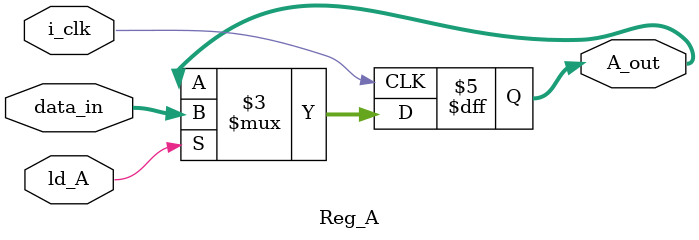
<source format=v>
`timescale 1ns / 1ps

`define DATA_WIDTH 8
module Reg_A(
data_in , ld_A  , i_clk ,A_out
    );
 input [`DATA_WIDTH-1:0] data_in ;
 input i_clk ;
 input ld_A ;
 output reg [`DATA_WIDTH-1:0] A_out ;
    
    
   always @ (posedge i_clk)
    begin
     if (ld_A)
         begin
      A_out <= data_in ; 
          end
       else
         begin
       A_out <= A_out ;
           end
           end  
        
    
endmodule

</source>
